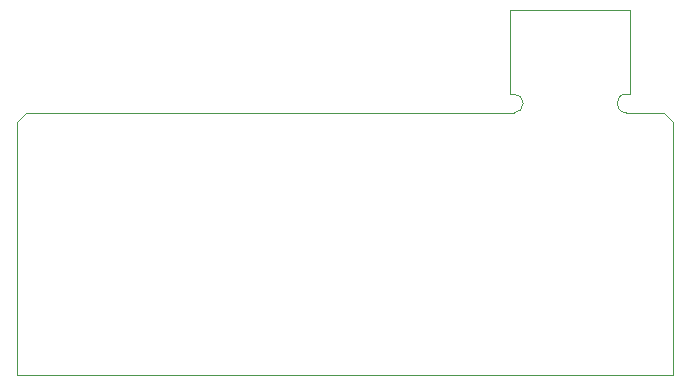
<source format=gbr>
%TF.GenerationSoftware,KiCad,Pcbnew,(7.0.0)*%
%TF.CreationDate,2023-03-18T12:34:52-05:00*%
%TF.ProjectId,Piggyback_2_0,50696767-7962-4616-936b-5f325f302e6b,rev?*%
%TF.SameCoordinates,Original*%
%TF.FileFunction,Profile,NP*%
%FSLAX46Y46*%
G04 Gerber Fmt 4.6, Leading zero omitted, Abs format (unit mm)*
G04 Created by KiCad (PCBNEW (7.0.0)) date 2023-03-18 12:34:52*
%MOMM*%
%LPD*%
G01*
G04 APERTURE LIST*
%TA.AperFunction,Profile*%
%ADD10C,0.100000*%
%TD*%
G04 APERTURE END LIST*
D10*
X135731250Y-73818750D02*
X132850000Y-73818750D01*
X132556250Y-72231250D02*
G75*
G03*
X132556250Y-73818750I50J-793750D01*
G01*
X123031250Y-72231250D02*
X122737500Y-72231250D01*
X81756250Y-73818750D02*
X116681250Y-73818750D01*
X116681250Y-96043750D02*
X80962500Y-96043750D01*
X116681250Y-73818750D02*
X122737500Y-73818750D01*
X132850000Y-72231250D02*
X132556250Y-72231250D01*
X80962500Y-74612500D02*
X81756250Y-73818750D01*
X122737500Y-73818750D02*
X123031250Y-73818750D01*
X132850000Y-72231250D02*
X132850000Y-65087500D01*
X135731250Y-73818750D02*
X136525000Y-74612500D01*
X136525000Y-74612500D02*
X136525000Y-96043750D01*
X132556250Y-73818750D02*
X132850000Y-73818750D01*
X136525000Y-96043750D02*
X116681250Y-96043750D01*
X123031250Y-73818750D02*
G75*
G03*
X123031250Y-72231250I50J793750D01*
G01*
X80962500Y-96043750D02*
X80962500Y-74612500D01*
X132850000Y-65087500D02*
X122737500Y-65087500D01*
X122737500Y-65087500D02*
X122737500Y-72231250D01*
M02*

</source>
